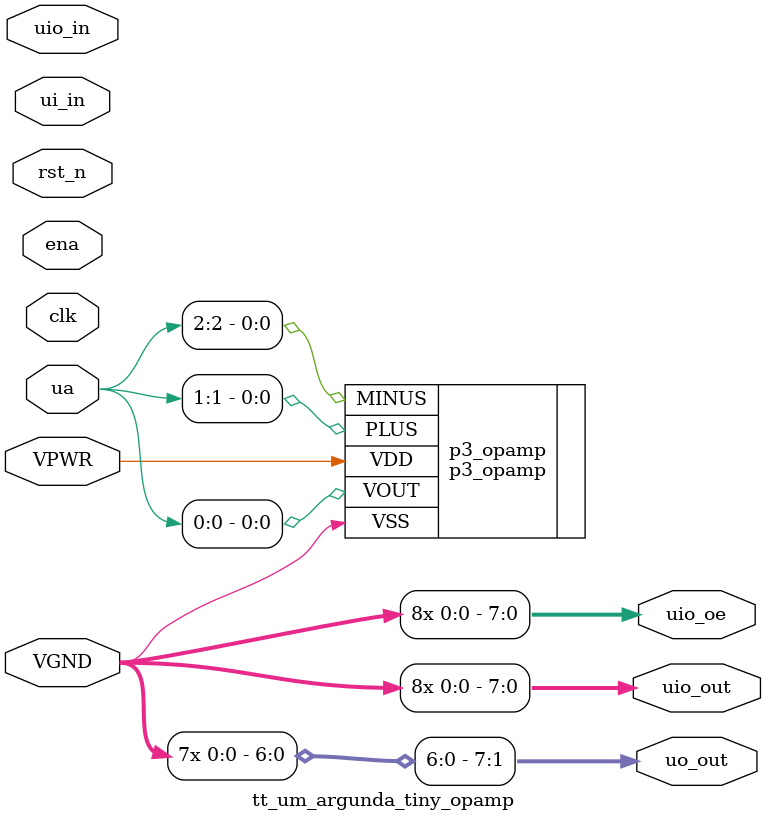
<source format=v>
`default_nettype none


module tt_um_argunda_tiny_opamp (
    input  wire       VGND,
    input  wire       VPWR,
    input  wire [7:0] ui_in,    // Dedicated inputs
    output wire [7:0] uo_out,   // Dedicated outputs
    input  wire [7:0] uio_in,   // IOs: Input path
    output wire [7:0] uio_out,  // IOs: Output path
    output wire [7:0] uio_oe,   // IOs: Enable path (active high: 0=input, 1=output)
    inout  wire [7:0] ua, // analog pins
    input  wire       ena,      // will go high when the design is enabled
    input  wire       clk,      // clock
    input  wire       rst_n     // reset_n - low to reset
);

    p3_opamp p3_opamp(
	.VDD(VPWR),
	.VSS(VGND),
	.VOUT(ua[0]),
	.PLUS(ua[1]),
	.MINUS(ua[2])
	);

    // ties for the output enables
    assign uo_out[1] = VGND;
    assign uo_out[2] = VGND;
    assign uo_out[3] = VGND;
    assign uo_out[4] = VGND;
    assign uo_out[5] = VGND;
    assign uo_out[6] = VGND;
    assign uo_out[7] = VGND;

    assign uio_out[0] = VGND;
    assign uio_out[1] = VGND;
    assign uio_out[2] = VGND;
    assign uio_out[3] = VGND;
    assign uio_out[4] = VGND;
    assign uio_out[5] = VGND;
    assign uio_out[6] = VGND;
    assign uio_out[7] = VGND;

    assign uio_oe[0] = VGND;
    assign uio_oe[1] = VGND;
    assign uio_oe[2] = VGND;
    assign uio_oe[3] = VGND;
    assign uio_oe[4] = VGND;
    assign uio_oe[5] = VGND;
    assign uio_oe[6] = VGND;
    assign uio_oe[7] = VGND;
    
endmodule

</source>
